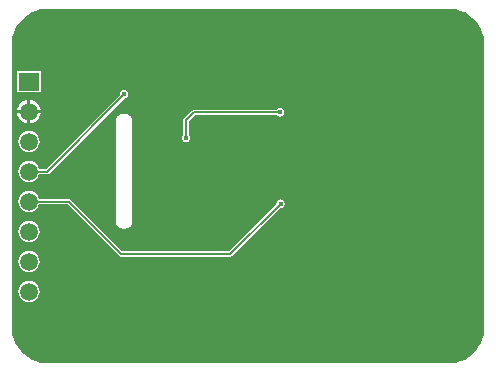
<source format=gtl>
G04*
G04 #@! TF.GenerationSoftware,Altium Limited,Altium Designer,20.0.13 (296)*
G04*
G04 Layer_Physical_Order=1*
G04 Layer_Color=255*
%FSLAX24Y24*%
%MOIN*%
G70*
G01*
G75*
%ADD15C,0.0060*%
%ADD16C,0.0591*%
%ADD17R,0.0669X0.0591*%
%ADD18C,0.0160*%
G36*
X14798Y11791D02*
X14947Y11751D01*
X15090Y11691D01*
X15225Y11614D01*
X15347Y11520D01*
X15457Y11410D01*
X15551Y11288D01*
X15628Y11153D01*
X15688Y11010D01*
X15728Y10861D01*
X15748Y10707D01*
Y10630D01*
X15748D01*
Y1181D01*
Y1104D01*
X15728Y950D01*
X15688Y801D01*
X15628Y658D01*
X15551Y524D01*
X15457Y401D01*
X15347Y291D01*
X15225Y197D01*
X15090Y120D01*
X14947Y60D01*
X14798Y20D01*
X14644Y0D01*
X1104D01*
X950Y20D01*
X801Y60D01*
X658Y120D01*
X524Y197D01*
X401Y291D01*
X291Y401D01*
X197Y524D01*
X120Y658D01*
X60Y801D01*
X20Y950D01*
X0Y1104D01*
Y1181D01*
Y10630D01*
X-0Y10707D01*
X20Y10861D01*
X60Y11010D01*
X120Y11153D01*
X197Y11288D01*
X291Y11410D01*
X401Y11520D01*
X524Y11614D01*
X658Y11691D01*
X801Y11751D01*
X950Y11791D01*
X1104Y11811D01*
X14644D01*
X14798Y11791D01*
D02*
G37*
%LPC*%
G36*
X966Y9741D02*
X176D01*
Y9031D01*
X966D01*
Y9741D01*
D02*
G37*
G36*
X3740Y9099D02*
X3686Y9089D01*
X3639Y9058D01*
X3608Y9011D01*
X3597Y8957D01*
X3600Y8946D01*
X1131Y6478D01*
X917D01*
X917Y6479D01*
X881Y6565D01*
X824Y6639D01*
X750Y6696D01*
X664Y6732D01*
X571Y6744D01*
X478Y6732D01*
X392Y6696D01*
X317Y6639D01*
X261Y6565D01*
X225Y6479D01*
X213Y6386D01*
X225Y6293D01*
X261Y6207D01*
X317Y6132D01*
X392Y6075D01*
X478Y6040D01*
X571Y6027D01*
X664Y6040D01*
X750Y6075D01*
X824Y6132D01*
X881Y6207D01*
X917Y6293D01*
X917Y6294D01*
X1169D01*
X1204Y6301D01*
X1234Y6321D01*
X3729Y8816D01*
X3740Y8814D01*
X3795Y8825D01*
X3841Y8856D01*
X3872Y8902D01*
X3883Y8957D01*
X3872Y9011D01*
X3841Y9058D01*
X3795Y9089D01*
X3740Y9099D01*
D02*
G37*
G36*
X621Y8778D02*
Y8436D01*
X963D01*
X956Y8489D01*
X916Y8585D01*
X853Y8668D01*
X770Y8731D01*
X674Y8771D01*
X621Y8778D01*
D02*
G37*
G36*
X521D02*
X468Y8771D01*
X372Y8731D01*
X289Y8668D01*
X226Y8585D01*
X186Y8489D01*
X179Y8436D01*
X521D01*
Y8778D01*
D02*
G37*
G36*
X3713Y8316D02*
X3707Y8313D01*
X3700Y8315D01*
X3646Y8304D01*
X3641Y8300D01*
X3634D01*
X3583Y8279D01*
X3579Y8274D01*
X3572Y8273D01*
X3527Y8243D01*
X3523Y8237D01*
X3517Y8235D01*
X3497Y8215D01*
X3478Y8169D01*
X3478Y8169D01*
X3478Y4626D01*
X3497Y4580D01*
X3517Y4561D01*
X3523Y4558D01*
X3527Y4553D01*
X3572Y4522D01*
X3579Y4521D01*
X3583Y4516D01*
X3634Y4495D01*
X3641D01*
X3646Y4491D01*
X3700Y4481D01*
X3707Y4482D01*
X3713Y4480D01*
X3768Y4480D01*
X3774Y4482D01*
X3780Y4481D01*
X3834Y4491D01*
X3840Y4495D01*
X3846D01*
X3897Y4516D01*
X3902Y4521D01*
X3908Y4522D01*
X3954Y4553D01*
X3957Y4558D01*
X3964Y4561D01*
X3983Y4580D01*
X3983Y4580D01*
X4002Y4626D01*
X4002Y8169D01*
X3983Y8215D01*
X3964Y8235D01*
X3957Y8237D01*
X3954Y8243D01*
X3908Y8273D01*
X3902Y8274D01*
X3897Y8279D01*
X3846Y8300D01*
X3840D01*
X3834Y8304D01*
X3780Y8315D01*
X3774Y8313D01*
X3768Y8316D01*
X3713Y8316D01*
D02*
G37*
G36*
X8937Y8499D02*
X8882Y8488D01*
X8836Y8457D01*
X8830Y8448D01*
X6063D01*
X6034Y8442D01*
X6028Y8441D01*
X5998Y8421D01*
X5742Y8165D01*
X5722Y8136D01*
X5715Y8100D01*
Y7617D01*
X5706Y7611D01*
X5675Y7564D01*
X5664Y7510D01*
X5675Y7455D01*
X5706Y7409D01*
X5752Y7378D01*
X5807Y7367D01*
X5862Y7378D01*
X5908Y7409D01*
X5939Y7455D01*
X5950Y7510D01*
X5939Y7564D01*
X5908Y7611D01*
X5899Y7617D01*
Y8062D01*
X6101Y8265D01*
X8830D01*
X8836Y8255D01*
X8882Y8224D01*
X8937Y8214D01*
X8992Y8224D01*
X9038Y8255D01*
X9069Y8302D01*
X9080Y8356D01*
X9069Y8411D01*
X9038Y8457D01*
X8992Y8488D01*
X8937Y8499D01*
D02*
G37*
G36*
X521Y8336D02*
X179D01*
X186Y8283D01*
X226Y8186D01*
X289Y8104D01*
X372Y8041D01*
X468Y8001D01*
X521Y7994D01*
Y8336D01*
D02*
G37*
G36*
X963D02*
X621D01*
Y7994D01*
X674Y8001D01*
X770Y8041D01*
X853Y8104D01*
X916Y8186D01*
X956Y8283D01*
X963Y8336D01*
D02*
G37*
G36*
X571Y7744D02*
X478Y7732D01*
X392Y7696D01*
X317Y7639D01*
X261Y7565D01*
X225Y7479D01*
X213Y7386D01*
X225Y7293D01*
X261Y7207D01*
X317Y7132D01*
X392Y7075D01*
X478Y7040D01*
X571Y7027D01*
X664Y7040D01*
X750Y7075D01*
X824Y7132D01*
X881Y7207D01*
X917Y7293D01*
X929Y7386D01*
X917Y7479D01*
X881Y7565D01*
X824Y7639D01*
X750Y7696D01*
X664Y7732D01*
X571Y7744D01*
D02*
G37*
G36*
Y5744D02*
X478Y5732D01*
X392Y5696D01*
X317Y5639D01*
X261Y5565D01*
X225Y5479D01*
X213Y5386D01*
X225Y5293D01*
X261Y5207D01*
X317Y5132D01*
X392Y5076D01*
X478Y5040D01*
X571Y5027D01*
X664Y5040D01*
X750Y5076D01*
X824Y5132D01*
X881Y5207D01*
X917Y5293D01*
X917Y5294D01*
X1860D01*
X3577Y3577D01*
X3607Y3557D01*
X3642Y3550D01*
X7283D01*
X7319Y3557D01*
X7348Y3577D01*
X8946Y5174D01*
X8957Y5172D01*
X9011Y5183D01*
X9058Y5214D01*
X9089Y5260D01*
X9099Y5315D01*
X9089Y5370D01*
X9058Y5416D01*
X9011Y5447D01*
X8957Y5458D01*
X8902Y5447D01*
X8856Y5416D01*
X8825Y5370D01*
X8814Y5315D01*
X8816Y5304D01*
X7245Y3733D01*
X3680D01*
X1963Y5451D01*
X1933Y5471D01*
X1898Y5478D01*
X917D01*
X917Y5479D01*
X881Y5565D01*
X824Y5639D01*
X750Y5696D01*
X664Y5732D01*
X571Y5744D01*
D02*
G37*
G36*
Y4744D02*
X478Y4732D01*
X392Y4696D01*
X317Y4639D01*
X261Y4565D01*
X225Y4479D01*
X213Y4386D01*
X225Y4293D01*
X261Y4207D01*
X317Y4132D01*
X392Y4076D01*
X478Y4040D01*
X571Y4027D01*
X664Y4040D01*
X750Y4076D01*
X824Y4132D01*
X881Y4207D01*
X917Y4293D01*
X929Y4386D01*
X917Y4479D01*
X881Y4565D01*
X824Y4639D01*
X750Y4696D01*
X664Y4732D01*
X571Y4744D01*
D02*
G37*
G36*
Y3744D02*
X478Y3732D01*
X392Y3696D01*
X317Y3639D01*
X261Y3565D01*
X225Y3479D01*
X213Y3386D01*
X225Y3293D01*
X261Y3207D01*
X317Y3132D01*
X392Y3076D01*
X478Y3040D01*
X571Y3027D01*
X664Y3040D01*
X750Y3076D01*
X824Y3132D01*
X881Y3207D01*
X917Y3293D01*
X929Y3386D01*
X917Y3479D01*
X881Y3565D01*
X824Y3639D01*
X750Y3696D01*
X664Y3732D01*
X571Y3744D01*
D02*
G37*
G36*
Y2744D02*
X478Y2732D01*
X392Y2696D01*
X317Y2639D01*
X261Y2565D01*
X225Y2479D01*
X213Y2386D01*
X225Y2293D01*
X261Y2207D01*
X317Y2132D01*
X392Y2075D01*
X478Y2040D01*
X571Y2027D01*
X664Y2040D01*
X750Y2075D01*
X824Y2132D01*
X881Y2207D01*
X917Y2293D01*
X929Y2386D01*
X917Y2479D01*
X881Y2565D01*
X824Y2639D01*
X750Y2696D01*
X664Y2732D01*
X571Y2744D01*
D02*
G37*
%LPD*%
D15*
X5807Y7510D02*
Y8100D01*
X6063Y8356D01*
X8937D01*
X7283Y3642D02*
X8957Y5315D01*
X3642Y3642D02*
X7283D01*
X1898Y5386D02*
X3642Y3642D01*
X571Y5386D02*
X1898D01*
X1169Y6386D02*
X3740Y8957D01*
X571Y6386D02*
X1169D01*
D16*
X571Y2386D02*
D03*
Y3386D02*
D03*
Y4386D02*
D03*
Y5386D02*
D03*
Y6386D02*
D03*
Y7386D02*
D03*
Y8386D02*
D03*
D17*
Y9386D02*
D03*
D18*
X5807Y7510D02*
D03*
X8937Y8356D02*
D03*
X8957Y5315D02*
D03*
X3740Y8957D02*
D03*
M02*

</source>
